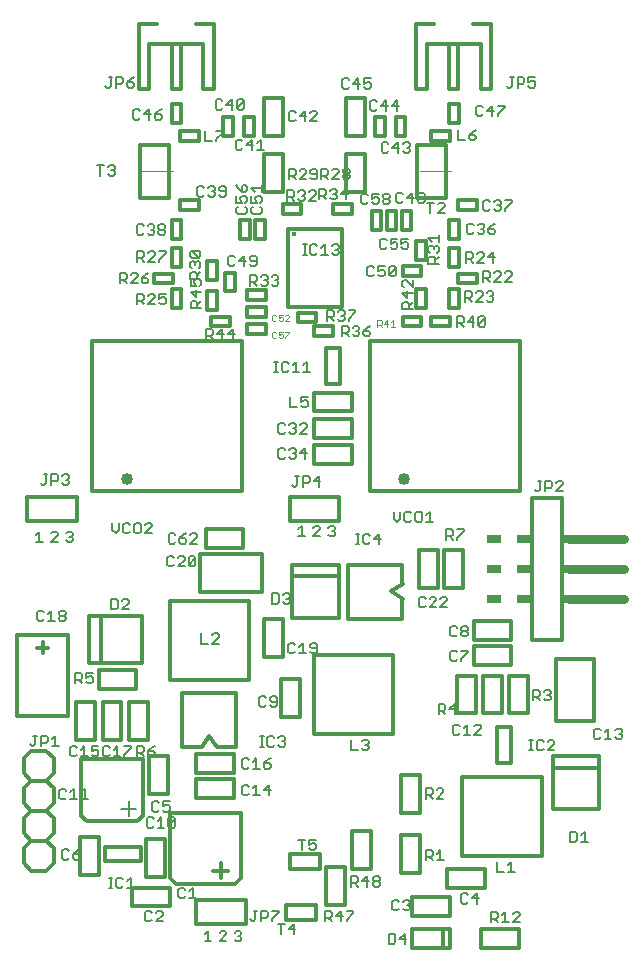
<source format=gto>
G75*
G70*
%OFA0B0*%
%FSLAX24Y24*%
%IPPOS*%
%LPD*%
%AMOC8*
5,1,8,0,0,1.08239X$1,22.5*
%
%ADD10C,0.0118*%
%ADD11C,0.0050*%
%ADD12C,0.0079*%
%ADD13R,0.0500X0.0300*%
%ADD14C,0.0300*%
%ADD15R,0.0200X0.0300*%
%ADD16C,0.0400*%
%ADD17C,0.0000*%
%ADD18C,0.0030*%
%ADD19C,0.0157*%
D10*
X001691Y003879D02*
X001441Y004129D01*
X001441Y004629D01*
X001691Y004879D01*
X001441Y005129D01*
X001441Y005629D01*
X001691Y005879D01*
X002191Y005879D01*
X002441Y005629D01*
X002441Y005129D01*
X002191Y004879D01*
X002441Y004629D01*
X002441Y004129D01*
X002191Y003879D01*
X001691Y003879D01*
X001691Y004879D02*
X002191Y004879D01*
X002191Y005879D02*
X002441Y006129D01*
X002441Y006629D01*
X002191Y006879D01*
X002441Y007129D01*
X002441Y007629D01*
X002191Y007879D01*
X001691Y007879D01*
X001441Y007629D01*
X001441Y007129D01*
X001691Y006879D01*
X002191Y006879D01*
X001691Y006879D02*
X001441Y006629D01*
X001441Y006129D01*
X001691Y005879D01*
X003335Y005720D02*
X003532Y005523D01*
X005225Y005523D01*
X005422Y005720D01*
X005422Y007610D01*
X003335Y007610D01*
X003335Y005720D01*
X003314Y005009D02*
X003944Y005009D01*
X003944Y003749D01*
X003314Y003749D01*
X003314Y005009D01*
X004154Y004681D02*
X004154Y004201D01*
X005354Y004201D01*
X005354Y004681D01*
X004154Y004681D01*
X005061Y003319D02*
X005061Y002689D01*
X006321Y002689D01*
X006321Y003319D01*
X005061Y003319D01*
X005502Y003687D02*
X005502Y004946D01*
X006131Y004946D01*
X006131Y003687D01*
X005502Y003687D01*
X006323Y003645D02*
X006520Y003448D01*
X008488Y003448D01*
X008685Y003645D01*
X008685Y005810D01*
X006323Y005810D01*
X006323Y003645D01*
X007177Y002917D02*
X008831Y002917D01*
X008831Y002091D01*
X007177Y002091D01*
X007177Y002917D01*
X007754Y003879D02*
X008254Y003879D01*
X008004Y004129D02*
X008004Y003629D01*
X008446Y006314D02*
X007187Y006314D01*
X007187Y006944D01*
X008446Y006944D01*
X008446Y006314D01*
X008446Y007126D02*
X008446Y007756D01*
X007187Y007756D01*
X007187Y007126D01*
X008446Y007126D01*
X008514Y008009D02*
X007914Y008009D01*
X007879Y008004D02*
X007629Y008379D01*
X007379Y008004D01*
X007314Y008009D02*
X006714Y008009D01*
X006714Y009809D01*
X008514Y009809D01*
X008514Y008009D01*
X010002Y008999D02*
X010002Y010259D01*
X010631Y010259D01*
X010631Y008999D01*
X010002Y008999D01*
X011122Y008435D02*
X013760Y008435D01*
X013760Y011073D01*
X011122Y011073D01*
X011122Y008435D01*
X010069Y010999D02*
X009439Y010999D01*
X009439Y012259D01*
X010069Y012259D01*
X010069Y010999D01*
X008948Y010248D02*
X008948Y012885D01*
X006310Y012885D01*
X006310Y010248D01*
X008948Y010248D01*
X010379Y012317D02*
X010379Y014067D01*
X011941Y014067D01*
X011941Y012317D01*
X010379Y012317D01*
X010379Y013691D02*
X011879Y013691D01*
X012261Y014076D02*
X012261Y012276D01*
X014061Y012276D01*
X014061Y012876D01*
X014067Y012942D02*
X013691Y013191D01*
X014067Y013442D01*
X014061Y013476D02*
X014061Y014076D01*
X012261Y014076D01*
X011956Y015528D02*
X011956Y016355D01*
X010302Y016355D01*
X010302Y015528D01*
X011956Y015528D01*
X012979Y016529D02*
X017979Y016529D01*
X017979Y021529D01*
X012979Y021529D01*
X012979Y016529D01*
X012384Y017439D02*
X012384Y018069D01*
X011124Y018069D01*
X011124Y017439D01*
X012384Y017439D01*
X012384Y018314D02*
X012384Y018944D01*
X011124Y018944D01*
X011124Y018314D01*
X012384Y018314D01*
X012384Y019189D02*
X012384Y019819D01*
X011124Y019819D01*
X011124Y019189D01*
X012384Y019189D01*
X011994Y020091D02*
X011514Y020091D01*
X011514Y021291D01*
X011994Y021291D01*
X011994Y020091D01*
X011756Y021721D02*
X011126Y021721D01*
X011126Y022036D01*
X011756Y022036D01*
X011756Y021721D01*
X011194Y022159D02*
X011194Y022474D01*
X010564Y022474D01*
X010564Y022159D01*
X011194Y022159D01*
X012031Y022679D02*
X010260Y022679D01*
X010260Y025278D01*
X012031Y025278D01*
X012031Y022679D01*
X013034Y025252D02*
X013349Y025252D01*
X013349Y025881D01*
X013034Y025881D01*
X013034Y025252D01*
X012381Y025784D02*
X012381Y026099D01*
X011752Y026099D01*
X011752Y025784D01*
X012381Y025784D01*
X012189Y026499D02*
X012189Y027759D01*
X012819Y027759D01*
X012819Y026499D01*
X012189Y026499D01*
X013534Y025881D02*
X013534Y025252D01*
X013849Y025252D01*
X013849Y025881D01*
X013534Y025881D01*
X014034Y025881D02*
X014034Y025252D01*
X014349Y025252D01*
X014349Y025881D01*
X014034Y025881D01*
X014563Y026306D02*
X015522Y026306D01*
X015522Y028077D01*
X014563Y028077D01*
X014563Y026306D01*
X015621Y025569D02*
X015621Y024939D01*
X015936Y024939D01*
X015936Y025569D01*
X015621Y025569D01*
X015902Y025909D02*
X015902Y026224D01*
X016531Y026224D01*
X016531Y025909D01*
X015902Y025909D01*
X015936Y024631D02*
X015621Y024631D01*
X015621Y024002D01*
X015936Y024002D01*
X015936Y024631D01*
X015902Y023786D02*
X015902Y023471D01*
X016531Y023471D01*
X016531Y023786D01*
X015902Y023786D01*
X015936Y023256D02*
X015621Y023256D01*
X015621Y022626D01*
X015936Y022626D01*
X015936Y023256D01*
X015654Y022349D02*
X015654Y022034D01*
X015024Y022034D01*
X015024Y022349D01*
X015654Y022349D01*
X014831Y022626D02*
X014516Y022626D01*
X014516Y023256D01*
X014831Y023256D01*
X014831Y022626D01*
X014694Y022349D02*
X014694Y022034D01*
X014064Y022034D01*
X014064Y022349D01*
X014694Y022349D01*
X014694Y023721D02*
X014064Y023721D01*
X014064Y024036D01*
X014694Y024036D01*
X014694Y023721D01*
X014831Y024252D02*
X014516Y024252D01*
X014516Y024881D01*
X014831Y024881D01*
X014831Y024252D01*
X015024Y028221D02*
X015024Y028536D01*
X015654Y028536D01*
X015654Y028221D01*
X015024Y028221D01*
X015621Y028814D02*
X015621Y029444D01*
X015936Y029444D01*
X015936Y028814D01*
X015621Y028814D01*
X015629Y029941D02*
X015929Y029941D01*
X015929Y031441D01*
X016679Y031441D01*
X016679Y029941D01*
X017029Y029941D01*
X017029Y032091D01*
X016429Y032091D01*
X015929Y031441D02*
X015629Y031441D01*
X015629Y029941D01*
X014879Y029941D02*
X014879Y031441D01*
X015629Y031441D01*
X015129Y032091D02*
X014529Y032091D01*
X014529Y029941D01*
X014879Y029941D01*
X014161Y029006D02*
X013846Y029006D01*
X013846Y028376D01*
X014161Y028376D01*
X014161Y029006D01*
X013474Y029006D02*
X013474Y028376D01*
X013159Y028376D01*
X013159Y029006D01*
X013474Y029006D01*
X012819Y029634D02*
X012819Y028374D01*
X012189Y028374D01*
X012189Y029634D01*
X012819Y029634D01*
X010694Y026099D02*
X010694Y025784D01*
X010064Y025784D01*
X010064Y026099D01*
X010694Y026099D01*
X010069Y026499D02*
X009439Y026499D01*
X009439Y027759D01*
X010069Y027759D01*
X010069Y026499D01*
X009474Y025569D02*
X009159Y025569D01*
X009159Y024939D01*
X009474Y024939D01*
X009474Y025569D01*
X008974Y025569D02*
X008974Y024939D01*
X008659Y024939D01*
X008659Y025569D01*
X008974Y025569D01*
X007866Y024194D02*
X007551Y024194D01*
X007551Y023564D01*
X007866Y023564D01*
X007866Y024194D01*
X008159Y023819D02*
X008474Y023819D01*
X008474Y023189D01*
X008159Y023189D01*
X008159Y023819D01*
X007866Y023194D02*
X007551Y023194D01*
X007551Y022564D01*
X007866Y022564D01*
X007866Y023194D01*
X007689Y022349D02*
X007689Y022034D01*
X008319Y022034D01*
X008319Y022349D01*
X007689Y022349D01*
X008729Y021529D02*
X008729Y016529D01*
X003729Y016529D01*
X003729Y021529D01*
X008729Y021529D01*
X008876Y021784D02*
X008876Y022099D01*
X009506Y022099D01*
X009506Y021784D01*
X008876Y021784D01*
X008876Y022346D02*
X008876Y022661D01*
X009506Y022661D01*
X009506Y022346D01*
X008876Y022346D01*
X008876Y022909D02*
X008876Y023224D01*
X009506Y023224D01*
X009506Y022909D01*
X008876Y022909D01*
X006686Y022626D02*
X006371Y022626D01*
X006371Y023256D01*
X006686Y023256D01*
X006686Y022626D01*
X006406Y023471D02*
X006406Y023786D01*
X005776Y023786D01*
X005776Y023471D01*
X006406Y023471D01*
X006371Y024002D02*
X006686Y024002D01*
X006686Y024631D01*
X006371Y024631D01*
X006371Y024002D01*
X006371Y024939D02*
X006686Y024939D01*
X006686Y025569D01*
X006371Y025569D01*
X006371Y024939D01*
X006650Y025909D02*
X006650Y026224D01*
X007280Y026224D01*
X007280Y025909D01*
X006650Y025909D01*
X006272Y026306D02*
X005313Y026306D01*
X005313Y028077D01*
X006272Y028077D01*
X006272Y026306D01*
X006648Y028221D02*
X006648Y028536D01*
X007278Y028536D01*
X007278Y028221D01*
X006648Y028221D01*
X006686Y028814D02*
X006371Y028814D01*
X006371Y029444D01*
X006686Y029444D01*
X006686Y028814D01*
X006679Y029941D02*
X006379Y029941D01*
X006379Y031441D01*
X006679Y031441D01*
X006679Y029941D01*
X007429Y029941D02*
X007429Y031441D01*
X006679Y031441D01*
X006379Y031441D02*
X005629Y031441D01*
X005629Y029941D01*
X005279Y029941D01*
X005279Y032091D01*
X005879Y032091D01*
X007179Y032091D02*
X007779Y032091D01*
X007779Y029941D01*
X007429Y029941D01*
X008096Y029006D02*
X008411Y029006D01*
X008411Y028376D01*
X008096Y028376D01*
X008096Y029006D01*
X008784Y029006D02*
X008784Y028376D01*
X009099Y028376D01*
X009099Y029006D01*
X008784Y029006D01*
X009439Y029634D02*
X009439Y028374D01*
X010069Y028374D01*
X010069Y029634D01*
X009439Y029634D01*
X003206Y016355D02*
X001552Y016355D01*
X001552Y015528D01*
X003206Y015528D01*
X003206Y016355D01*
X003629Y012379D02*
X003629Y010817D01*
X005378Y010817D01*
X005378Y012379D01*
X003629Y012379D01*
X004004Y012317D02*
X004004Y010817D01*
X003937Y010569D02*
X003937Y009939D01*
X005196Y009939D01*
X005196Y010569D01*
X003937Y010569D01*
X003819Y009509D02*
X003189Y009509D01*
X003189Y008249D01*
X003819Y008249D01*
X003819Y009509D01*
X004064Y009509D02*
X004694Y009509D01*
X004694Y008249D01*
X004064Y008249D01*
X004064Y009509D01*
X004939Y009509D02*
X005569Y009509D01*
X005569Y008249D01*
X004939Y008249D01*
X004939Y009509D01*
X005626Y007696D02*
X006256Y007696D01*
X006256Y006437D01*
X005626Y006437D01*
X005626Y007696D01*
X002917Y009029D02*
X002917Y009669D01*
X002917Y010869D01*
X002917Y011729D01*
X001217Y011729D01*
X001217Y009029D01*
X002917Y009029D01*
X002067Y011129D02*
X002067Y011504D01*
X002254Y011317D02*
X001879Y011317D01*
X007329Y013187D02*
X009389Y013187D01*
X009389Y014446D01*
X008799Y014446D01*
X007949Y014446D01*
X007329Y014446D01*
X007329Y013187D01*
X007499Y014626D02*
X007499Y015256D01*
X008759Y015256D01*
X008759Y014626D01*
X007499Y014626D01*
X014002Y007071D02*
X014002Y005811D01*
X014631Y005811D01*
X014631Y007071D01*
X014002Y007071D01*
X013006Y005196D02*
X013006Y003937D01*
X012376Y003937D01*
X012376Y005196D01*
X013006Y005196D01*
X012131Y004009D02*
X011502Y004009D01*
X011502Y002749D01*
X012131Y002749D01*
X012131Y004009D01*
X011317Y003941D02*
X010317Y003941D01*
X010317Y004441D01*
X011317Y004441D01*
X011317Y003941D01*
X011191Y002754D02*
X010191Y002754D01*
X010191Y002254D01*
X011191Y002254D01*
X011191Y002754D01*
X014002Y003811D02*
X014631Y003811D01*
X014631Y005071D01*
X014002Y005071D01*
X014002Y003811D01*
X014374Y003006D02*
X014374Y002376D01*
X015634Y002376D01*
X015634Y003006D01*
X014374Y003006D01*
X014364Y001954D02*
X014364Y001304D01*
X015644Y001304D01*
X015644Y001954D01*
X014364Y001954D01*
X015423Y001954D02*
X015423Y001304D01*
X016687Y001314D02*
X016687Y001944D01*
X017946Y001944D01*
X017946Y001314D01*
X016687Y001314D01*
X016821Y003314D02*
X015561Y003314D01*
X015561Y003944D01*
X016821Y003944D01*
X016821Y003314D01*
X016060Y004372D02*
X018698Y004372D01*
X018698Y007010D01*
X016060Y007010D01*
X016060Y004372D01*
X017201Y007467D02*
X017681Y007467D01*
X017681Y008667D01*
X017201Y008667D01*
X017201Y007467D01*
X017381Y009124D02*
X016752Y009124D01*
X016752Y010384D01*
X017381Y010384D01*
X017381Y009124D01*
X017626Y009124D02*
X017626Y010384D01*
X018256Y010384D01*
X018256Y009124D01*
X017626Y009124D01*
X016506Y009124D02*
X015876Y009124D01*
X015876Y010384D01*
X016506Y010384D01*
X016506Y009124D01*
X016437Y010752D02*
X016437Y011381D01*
X017696Y011381D01*
X017696Y010752D01*
X016437Y010752D01*
X016437Y011564D02*
X016437Y012194D01*
X017696Y012194D01*
X017696Y011564D01*
X016437Y011564D01*
X016069Y013311D02*
X015439Y013311D01*
X015439Y014571D01*
X016069Y014571D01*
X016069Y013311D01*
X015256Y013311D02*
X014626Y013311D01*
X014626Y014571D01*
X015256Y014571D01*
X015256Y013311D01*
X018379Y011567D02*
X019379Y011567D01*
X019379Y016316D01*
X018379Y016316D01*
X018379Y011567D01*
X019187Y010929D02*
X019187Y008869D01*
X020446Y008869D01*
X020446Y009459D01*
X020446Y010309D01*
X020446Y010929D01*
X019187Y010929D01*
X019067Y007692D02*
X019067Y005942D01*
X020629Y005942D01*
X020629Y007692D01*
X019067Y007692D01*
X019067Y007317D02*
X020567Y007317D01*
D11*
X020607Y008275D02*
X020664Y008333D01*
X020607Y008275D02*
X020492Y008275D01*
X020435Y008333D01*
X020435Y008562D01*
X020492Y008619D01*
X020607Y008619D01*
X020664Y008562D01*
X020797Y008505D02*
X020912Y008619D01*
X020912Y008275D01*
X020797Y008275D02*
X021027Y008275D01*
X021160Y008333D02*
X021217Y008275D01*
X021332Y008275D01*
X021389Y008333D01*
X021389Y008390D01*
X021332Y008447D01*
X021274Y008447D01*
X021332Y008447D02*
X021389Y008505D01*
X021389Y008562D01*
X021332Y008619D01*
X021217Y008619D01*
X021160Y008562D01*
X019127Y008177D02*
X019069Y008234D01*
X018955Y008234D01*
X018897Y008177D01*
X018764Y008177D02*
X018707Y008234D01*
X018592Y008234D01*
X018535Y008177D01*
X018535Y007947D01*
X018592Y007890D01*
X018707Y007890D01*
X018764Y007947D01*
X018897Y007890D02*
X019127Y008119D01*
X019127Y008177D01*
X019127Y007890D02*
X018897Y007890D01*
X018408Y007890D02*
X018293Y007890D01*
X018350Y007890D02*
X018350Y008234D01*
X018293Y008234D02*
X018408Y008234D01*
X018410Y009564D02*
X018410Y009908D01*
X018582Y009908D01*
X018639Y009851D01*
X018639Y009736D01*
X018582Y009679D01*
X018410Y009679D01*
X018524Y009679D02*
X018639Y009564D01*
X018772Y009621D02*
X018829Y009564D01*
X018944Y009564D01*
X019001Y009621D01*
X019001Y009679D01*
X018944Y009736D01*
X018887Y009736D01*
X018944Y009736D02*
X019001Y009793D01*
X019001Y009851D01*
X018944Y009908D01*
X018829Y009908D01*
X018772Y009851D01*
X016690Y008698D02*
X016633Y008755D01*
X016518Y008755D01*
X016461Y008698D01*
X016690Y008698D02*
X016690Y008641D01*
X016461Y008411D01*
X016690Y008411D01*
X016328Y008411D02*
X016099Y008411D01*
X016213Y008411D02*
X016213Y008755D01*
X016099Y008641D01*
X015965Y008698D02*
X015908Y008755D01*
X015793Y008755D01*
X015736Y008698D01*
X015736Y008469D01*
X015793Y008411D01*
X015908Y008411D01*
X015965Y008469D01*
X015802Y009100D02*
X015802Y009444D01*
X015630Y009272D01*
X015859Y009272D01*
X015496Y009272D02*
X015439Y009215D01*
X015267Y009215D01*
X015382Y009215D02*
X015496Y009100D01*
X015496Y009272D02*
X015496Y009387D01*
X015439Y009444D01*
X015267Y009444D01*
X015267Y009100D01*
X015717Y010877D02*
X015832Y010877D01*
X015889Y010934D01*
X016022Y010934D02*
X016022Y010877D01*
X016022Y010934D02*
X016251Y011163D01*
X016251Y011221D01*
X016022Y011221D01*
X015889Y011163D02*
X015832Y011221D01*
X015717Y011221D01*
X015660Y011163D01*
X015660Y010934D01*
X015717Y010877D01*
X015717Y011689D02*
X015832Y011689D01*
X015889Y011746D01*
X016022Y011746D02*
X016022Y011803D01*
X016079Y011861D01*
X016194Y011861D01*
X016251Y011803D01*
X016251Y011746D01*
X016194Y011689D01*
X016079Y011689D01*
X016022Y011746D01*
X016079Y011861D02*
X016022Y011918D01*
X016022Y011975D01*
X016079Y012033D01*
X016194Y012033D01*
X016251Y011975D01*
X016251Y011918D01*
X016194Y011861D01*
X015889Y011975D02*
X015832Y012033D01*
X015717Y012033D01*
X015660Y011975D01*
X015660Y011746D01*
X015717Y011689D01*
X015558Y012663D02*
X015328Y012663D01*
X015558Y012892D01*
X015558Y012949D01*
X015500Y013007D01*
X015386Y013007D01*
X015328Y012949D01*
X015195Y012949D02*
X015138Y013007D01*
X015023Y013007D01*
X014966Y012949D01*
X014833Y012949D02*
X014775Y013007D01*
X014661Y013007D01*
X014603Y012949D01*
X014603Y012720D01*
X014661Y012663D01*
X014775Y012663D01*
X014833Y012720D01*
X014966Y012663D02*
X015195Y012892D01*
X015195Y012949D01*
X015195Y012663D02*
X014966Y012663D01*
X015523Y014913D02*
X015523Y015257D01*
X015695Y015257D01*
X015752Y015199D01*
X015752Y015085D01*
X015695Y015027D01*
X015523Y015027D01*
X015638Y015027D02*
X015752Y014913D01*
X015886Y014913D02*
X015886Y014970D01*
X016115Y015199D01*
X016115Y015257D01*
X015886Y015257D01*
X015083Y015504D02*
X014854Y015504D01*
X014969Y015504D02*
X014969Y015848D01*
X014854Y015733D01*
X014721Y015791D02*
X014664Y015848D01*
X014549Y015848D01*
X014492Y015791D01*
X014492Y015561D01*
X014549Y015504D01*
X014664Y015504D01*
X014721Y015561D01*
X014721Y015791D01*
X014359Y015791D02*
X014301Y015848D01*
X014187Y015848D01*
X014129Y015791D01*
X014129Y015561D01*
X014187Y015504D01*
X014301Y015504D01*
X014359Y015561D01*
X013996Y015619D02*
X013996Y015848D01*
X013996Y015619D02*
X013881Y015504D01*
X013767Y015619D01*
X013767Y015848D01*
X013284Y015112D02*
X013112Y014940D01*
X013341Y014940D01*
X013284Y014768D02*
X013284Y015112D01*
X012979Y015055D02*
X012922Y015112D01*
X012807Y015112D01*
X012750Y015055D01*
X012750Y014825D01*
X012807Y014768D01*
X012922Y014768D01*
X012979Y014825D01*
X012623Y014768D02*
X012508Y014768D01*
X012565Y014768D02*
X012565Y015112D01*
X012508Y015112D02*
X012623Y015112D01*
X011821Y015086D02*
X011764Y015029D01*
X011649Y015029D01*
X011592Y015086D01*
X011706Y015201D02*
X011764Y015201D01*
X011821Y015144D01*
X011821Y015086D01*
X011764Y015201D02*
X011821Y015258D01*
X011821Y015316D01*
X011764Y015373D01*
X011649Y015373D01*
X011592Y015316D01*
X011321Y015316D02*
X011264Y015373D01*
X011149Y015373D01*
X011092Y015316D01*
X011321Y015316D02*
X011321Y015258D01*
X011092Y015029D01*
X011321Y015029D01*
X010821Y015029D02*
X010592Y015029D01*
X010706Y015029D02*
X010706Y015373D01*
X010592Y015258D01*
X010488Y016686D02*
X010546Y016744D01*
X010546Y017030D01*
X010603Y017030D02*
X010488Y017030D01*
X010736Y017030D02*
X010736Y016686D01*
X010736Y016801D02*
X010908Y016801D01*
X010966Y016858D01*
X010966Y016973D01*
X010908Y017030D01*
X010736Y017030D01*
X010488Y016686D02*
X010431Y016686D01*
X010374Y016744D01*
X011099Y016858D02*
X011328Y016858D01*
X011271Y016686D02*
X011271Y017030D01*
X011099Y016858D01*
X010824Y017617D02*
X010824Y017961D01*
X010652Y017789D01*
X010882Y017789D01*
X010519Y017846D02*
X010462Y017789D01*
X010519Y017731D01*
X010519Y017674D01*
X010462Y017617D01*
X010347Y017617D01*
X010290Y017674D01*
X010157Y017674D02*
X010099Y017617D01*
X009985Y017617D01*
X009927Y017674D01*
X009927Y017903D01*
X009985Y017961D01*
X010099Y017961D01*
X010157Y017903D01*
X010290Y017903D02*
X010347Y017961D01*
X010462Y017961D01*
X010519Y017903D01*
X010519Y017846D01*
X010462Y017789D02*
X010404Y017789D01*
X010347Y018452D02*
X010290Y018509D01*
X010347Y018452D02*
X010462Y018452D01*
X010519Y018509D01*
X010519Y018567D01*
X010462Y018624D01*
X010404Y018624D01*
X010462Y018624D02*
X010519Y018681D01*
X010519Y018739D01*
X010462Y018796D01*
X010347Y018796D01*
X010290Y018739D01*
X010157Y018739D02*
X010099Y018796D01*
X009985Y018796D01*
X009927Y018739D01*
X009927Y018509D01*
X009985Y018452D01*
X010099Y018452D01*
X010157Y018509D01*
X010652Y018452D02*
X010882Y018681D01*
X010882Y018739D01*
X010824Y018796D01*
X010710Y018796D01*
X010652Y018739D01*
X010652Y018452D02*
X010882Y018452D01*
X010859Y019327D02*
X010744Y019327D01*
X010687Y019385D01*
X010687Y019499D02*
X010801Y019557D01*
X010859Y019557D01*
X010916Y019499D01*
X010916Y019385D01*
X010859Y019327D01*
X010687Y019499D02*
X010687Y019671D01*
X010916Y019671D01*
X010554Y019327D02*
X010324Y019327D01*
X010324Y019671D01*
X010400Y020499D02*
X010629Y020499D01*
X010514Y020499D02*
X010514Y020843D01*
X010400Y020728D01*
X010266Y020786D02*
X010209Y020843D01*
X010094Y020843D01*
X010037Y020786D01*
X010037Y020556D01*
X010094Y020499D01*
X010209Y020499D01*
X010266Y020556D01*
X009910Y020499D02*
X009795Y020499D01*
X009853Y020499D02*
X009853Y020843D01*
X009910Y020843D02*
X009795Y020843D01*
X010762Y020728D02*
X010877Y020843D01*
X010877Y020499D01*
X010991Y020499D02*
X010762Y020499D01*
X011541Y022213D02*
X011541Y022557D01*
X011713Y022557D01*
X011770Y022500D01*
X011770Y022385D01*
X011713Y022328D01*
X011541Y022328D01*
X011655Y022328D02*
X011770Y022213D01*
X011903Y022271D02*
X011961Y022213D01*
X012075Y022213D01*
X012133Y022271D01*
X012133Y022328D01*
X012075Y022385D01*
X012018Y022385D01*
X012075Y022385D02*
X012133Y022442D01*
X012133Y022500D01*
X012075Y022557D01*
X011961Y022557D01*
X011903Y022500D01*
X012034Y022045D02*
X012206Y022045D01*
X012264Y021987D01*
X012264Y021873D01*
X012206Y021815D01*
X012034Y021815D01*
X012034Y021701D02*
X012034Y022045D01*
X012149Y021815D02*
X012264Y021701D01*
X012397Y021758D02*
X012454Y021701D01*
X012569Y021701D01*
X012626Y021758D01*
X012626Y021815D01*
X012569Y021873D01*
X012512Y021873D01*
X012569Y021873D02*
X012626Y021930D01*
X012626Y021987D01*
X012569Y022045D01*
X012454Y022045D01*
X012397Y021987D01*
X012266Y022213D02*
X012266Y022271D01*
X012495Y022500D01*
X012495Y022557D01*
X012266Y022557D01*
X012874Y021987D02*
X012759Y021873D01*
X012931Y021873D01*
X012989Y021815D01*
X012989Y021758D01*
X012931Y021701D01*
X012817Y021701D01*
X012759Y021758D01*
X012759Y021873D01*
X012874Y021987D02*
X012989Y022045D01*
X014057Y022603D02*
X014057Y022775D01*
X014115Y022833D01*
X014229Y022833D01*
X014287Y022775D01*
X014287Y022603D01*
X014401Y022603D02*
X014057Y022603D01*
X014287Y022718D02*
X014401Y022833D01*
X014229Y022966D02*
X014229Y023195D01*
X014115Y023328D02*
X014057Y023386D01*
X014057Y023500D01*
X014115Y023558D01*
X014172Y023558D01*
X014401Y023328D01*
X014401Y023558D01*
X014401Y023138D02*
X014057Y023138D01*
X014229Y022966D01*
X013787Y023690D02*
X013673Y023690D01*
X013615Y023747D01*
X013845Y023977D01*
X013845Y023747D01*
X013787Y023690D01*
X013615Y023747D02*
X013615Y023977D01*
X013673Y024034D01*
X013787Y024034D01*
X013845Y023977D01*
X013839Y024605D02*
X013724Y024605D01*
X013667Y024662D01*
X013667Y024776D02*
X013782Y024834D01*
X013839Y024834D01*
X013896Y024776D01*
X013896Y024662D01*
X013839Y024605D01*
X014029Y024662D02*
X014087Y024605D01*
X014201Y024605D01*
X014259Y024662D01*
X014259Y024776D01*
X014201Y024834D01*
X014144Y024834D01*
X014029Y024776D01*
X014029Y024949D01*
X014259Y024949D01*
X013896Y024949D02*
X013667Y024949D01*
X013667Y024776D01*
X013534Y024662D02*
X013476Y024605D01*
X013362Y024605D01*
X013305Y024662D01*
X013305Y024891D01*
X013362Y024949D01*
X013476Y024949D01*
X013534Y024891D01*
X013482Y024034D02*
X013253Y024034D01*
X013253Y023862D01*
X013367Y023919D01*
X013425Y023919D01*
X013482Y023862D01*
X013482Y023747D01*
X013425Y023690D01*
X013310Y023690D01*
X013253Y023747D01*
X013120Y023747D02*
X013062Y023690D01*
X012948Y023690D01*
X012890Y023747D01*
X012890Y023977D01*
X012948Y024034D01*
X013062Y024034D01*
X013120Y023977D01*
X011945Y024470D02*
X011888Y024413D01*
X011773Y024413D01*
X011716Y024470D01*
X011582Y024413D02*
X011353Y024413D01*
X011468Y024413D02*
X011468Y024757D01*
X011353Y024642D01*
X011220Y024699D02*
X011163Y024757D01*
X011048Y024757D01*
X010991Y024699D01*
X010991Y024470D01*
X011048Y024413D01*
X011163Y024413D01*
X011220Y024470D01*
X010864Y024413D02*
X010749Y024413D01*
X010806Y024413D02*
X010806Y024757D01*
X010749Y024757D02*
X010864Y024757D01*
X011716Y024699D02*
X011773Y024757D01*
X011888Y024757D01*
X011945Y024699D01*
X011945Y024642D01*
X011888Y024585D01*
X011945Y024527D01*
X011945Y024470D01*
X011888Y024585D02*
X011830Y024585D01*
X011182Y026213D02*
X010953Y026213D01*
X011182Y026442D01*
X011182Y026500D01*
X011125Y026557D01*
X011010Y026557D01*
X010953Y026500D01*
X010820Y026500D02*
X010820Y026442D01*
X010763Y026385D01*
X010820Y026328D01*
X010820Y026271D01*
X010763Y026213D01*
X010648Y026213D01*
X010591Y026271D01*
X010457Y026213D02*
X010343Y026328D01*
X010400Y026328D02*
X010228Y026328D01*
X010228Y026213D02*
X010228Y026557D01*
X010400Y026557D01*
X010457Y026500D01*
X010457Y026385D01*
X010400Y026328D01*
X010591Y026500D02*
X010648Y026557D01*
X010763Y026557D01*
X010820Y026500D01*
X010763Y026385D02*
X010705Y026385D01*
X010633Y026923D02*
X010862Y027152D01*
X010862Y027209D01*
X010805Y027267D01*
X010690Y027267D01*
X010633Y027209D01*
X010500Y027209D02*
X010500Y027095D01*
X010443Y027037D01*
X010271Y027037D01*
X010385Y027037D02*
X010500Y026923D01*
X010633Y026923D02*
X010862Y026923D01*
X010996Y026980D02*
X011053Y026923D01*
X011168Y026923D01*
X011225Y026980D01*
X011225Y027209D01*
X011168Y027267D01*
X011053Y027267D01*
X010996Y027209D01*
X010996Y027152D01*
X011053Y027095D01*
X011225Y027095D01*
X011347Y027054D02*
X011519Y027054D01*
X011576Y027111D01*
X011576Y027226D01*
X011519Y027283D01*
X011347Y027283D01*
X011347Y026939D01*
X011462Y027054D02*
X011576Y026939D01*
X011710Y026939D02*
X011939Y027168D01*
X011939Y027226D01*
X011881Y027283D01*
X011767Y027283D01*
X011710Y027226D01*
X011710Y026939D02*
X011939Y026939D01*
X012072Y026996D02*
X012072Y027054D01*
X012129Y027111D01*
X012244Y027111D01*
X012301Y027054D01*
X012301Y026996D01*
X012244Y026939D01*
X012129Y026939D01*
X012072Y026996D01*
X012129Y027111D02*
X012072Y027168D01*
X012072Y027226D01*
X012129Y027283D01*
X012244Y027283D01*
X012301Y027226D01*
X012301Y027168D01*
X012244Y027111D01*
X012182Y026607D02*
X012010Y026435D01*
X012239Y026435D01*
X012182Y026263D02*
X012182Y026607D01*
X011877Y026550D02*
X011877Y026492D01*
X011819Y026435D01*
X011877Y026378D01*
X011877Y026321D01*
X011819Y026263D01*
X011705Y026263D01*
X011647Y026321D01*
X011514Y026263D02*
X011399Y026378D01*
X011457Y026378D02*
X011285Y026378D01*
X011285Y026263D02*
X011285Y026607D01*
X011457Y026607D01*
X011514Y026550D01*
X011514Y026435D01*
X011457Y026378D01*
X011647Y026550D02*
X011705Y026607D01*
X011819Y026607D01*
X011877Y026550D01*
X011819Y026435D02*
X011762Y026435D01*
X012680Y026391D02*
X012680Y026162D01*
X012737Y026105D01*
X012852Y026105D01*
X012909Y026162D01*
X013042Y026162D02*
X013100Y026105D01*
X013214Y026105D01*
X013271Y026162D01*
X013271Y026276D01*
X013214Y026334D01*
X013157Y026334D01*
X013042Y026276D01*
X013042Y026449D01*
X013271Y026449D01*
X013405Y026391D02*
X013405Y026334D01*
X013462Y026276D01*
X013577Y026276D01*
X013634Y026219D01*
X013634Y026162D01*
X013577Y026105D01*
X013462Y026105D01*
X013405Y026162D01*
X013405Y026219D01*
X013462Y026276D01*
X013577Y026276D02*
X013634Y026334D01*
X013634Y026391D01*
X013577Y026449D01*
X013462Y026449D01*
X013405Y026391D01*
X013847Y026425D02*
X013847Y026196D01*
X013904Y026138D01*
X014019Y026138D01*
X014076Y026196D01*
X014210Y026310D02*
X014439Y026310D01*
X014572Y026253D02*
X014629Y026310D01*
X014744Y026310D01*
X014801Y026253D01*
X014801Y026196D01*
X014744Y026138D01*
X014629Y026138D01*
X014572Y026196D01*
X014572Y026253D01*
X014629Y026310D02*
X014572Y026368D01*
X014572Y026425D01*
X014629Y026482D01*
X014744Y026482D01*
X014801Y026425D01*
X014801Y026368D01*
X014744Y026310D01*
X014878Y026147D02*
X015107Y026147D01*
X014992Y026147D02*
X014992Y025803D01*
X015240Y025803D02*
X015470Y026032D01*
X015470Y026089D01*
X015412Y026147D01*
X015298Y026147D01*
X015240Y026089D01*
X015240Y025803D02*
X015470Y025803D01*
X015273Y025076D02*
X015273Y024847D01*
X015273Y024961D02*
X014929Y024961D01*
X015044Y024847D01*
X015044Y024714D02*
X015101Y024656D01*
X015158Y024714D01*
X015216Y024714D01*
X015273Y024656D01*
X015273Y024542D01*
X015216Y024484D01*
X015273Y024351D02*
X015158Y024236D01*
X015158Y024294D02*
X015158Y024122D01*
X015273Y024122D02*
X014929Y024122D01*
X014929Y024294D01*
X014986Y024351D01*
X015101Y024351D01*
X015158Y024294D01*
X014986Y024484D02*
X014929Y024542D01*
X014929Y024656D01*
X014986Y024714D01*
X015044Y024714D01*
X015101Y024656D02*
X015101Y024599D01*
X016191Y024495D02*
X016191Y024151D01*
X016191Y024266D02*
X016363Y024266D01*
X016420Y024323D01*
X016420Y024438D01*
X016363Y024495D01*
X016191Y024495D01*
X016305Y024266D02*
X016420Y024151D01*
X016553Y024151D02*
X016783Y024380D01*
X016783Y024438D01*
X016725Y024495D01*
X016611Y024495D01*
X016553Y024438D01*
X016553Y024151D02*
X016783Y024151D01*
X016916Y024323D02*
X017145Y024323D01*
X017088Y024151D02*
X017088Y024495D01*
X016916Y024323D01*
X016919Y023857D02*
X016747Y023857D01*
X016747Y023513D01*
X016747Y023628D02*
X016919Y023628D01*
X016976Y023685D01*
X016976Y023800D01*
X016919Y023857D01*
X017110Y023800D02*
X017167Y023857D01*
X017281Y023857D01*
X017339Y023800D01*
X017339Y023742D01*
X017110Y023513D01*
X017339Y023513D01*
X017472Y023513D02*
X017701Y023742D01*
X017701Y023800D01*
X017644Y023857D01*
X017529Y023857D01*
X017472Y023800D01*
X017472Y023513D02*
X017701Y023513D01*
X017096Y023141D02*
X017096Y023084D01*
X017039Y023026D01*
X017096Y022969D01*
X017096Y022912D01*
X017039Y022855D01*
X016924Y022855D01*
X016867Y022912D01*
X016734Y022855D02*
X016504Y022855D01*
X016734Y023084D01*
X016734Y023141D01*
X016676Y023199D01*
X016562Y023199D01*
X016504Y023141D01*
X016371Y023141D02*
X016371Y023026D01*
X016314Y022969D01*
X016142Y022969D01*
X016142Y022855D02*
X016142Y023199D01*
X016314Y023199D01*
X016371Y023141D01*
X016257Y022969D02*
X016371Y022855D01*
X016404Y022357D02*
X016232Y022185D01*
X016462Y022185D01*
X016595Y022071D02*
X016824Y022300D01*
X016824Y022071D01*
X016767Y022013D01*
X016652Y022013D01*
X016595Y022071D01*
X016595Y022300D01*
X016652Y022357D01*
X016767Y022357D01*
X016824Y022300D01*
X016404Y022357D02*
X016404Y022013D01*
X016099Y022013D02*
X015985Y022128D01*
X016042Y022128D02*
X015870Y022128D01*
X015870Y022013D02*
X015870Y022357D01*
X016042Y022357D01*
X016099Y022300D01*
X016099Y022185D01*
X016042Y022128D01*
X016867Y023141D02*
X016924Y023199D01*
X017039Y023199D01*
X017096Y023141D01*
X017039Y023026D02*
X016982Y023026D01*
X016976Y023513D02*
X016862Y023628D01*
X016739Y025105D02*
X016624Y025105D01*
X016567Y025162D01*
X016434Y025162D02*
X016376Y025105D01*
X016262Y025105D01*
X016205Y025162D01*
X016205Y025391D01*
X016262Y025449D01*
X016376Y025449D01*
X016434Y025391D01*
X016567Y025391D02*
X016624Y025449D01*
X016739Y025449D01*
X016796Y025391D01*
X016796Y025334D01*
X016739Y025276D01*
X016796Y025219D01*
X016796Y025162D01*
X016739Y025105D01*
X016739Y025276D02*
X016682Y025276D01*
X016929Y025276D02*
X016929Y025162D01*
X016987Y025105D01*
X017101Y025105D01*
X017159Y025162D01*
X017159Y025219D01*
X017101Y025276D01*
X016929Y025276D01*
X017044Y025391D01*
X017159Y025449D01*
X017167Y025888D02*
X017110Y025946D01*
X017167Y025888D02*
X017281Y025888D01*
X017339Y025946D01*
X017339Y026003D01*
X017281Y026060D01*
X017224Y026060D01*
X017281Y026060D02*
X017339Y026118D01*
X017339Y026175D01*
X017281Y026232D01*
X017167Y026232D01*
X017110Y026175D01*
X016976Y026175D02*
X016919Y026232D01*
X016804Y026232D01*
X016747Y026175D01*
X016747Y025946D01*
X016804Y025888D01*
X016919Y025888D01*
X016976Y025946D01*
X017472Y025946D02*
X017472Y025888D01*
X017472Y025946D02*
X017701Y026175D01*
X017701Y026232D01*
X017472Y026232D01*
X016463Y028234D02*
X016349Y028234D01*
X016291Y028291D01*
X016291Y028406D01*
X016463Y028406D01*
X016521Y028348D01*
X016521Y028291D01*
X016463Y028234D01*
X016291Y028406D02*
X016406Y028520D01*
X016521Y028578D01*
X016574Y029042D02*
X016689Y029042D01*
X016746Y029100D01*
X016880Y029214D02*
X017109Y029214D01*
X017242Y029100D02*
X017242Y029042D01*
X017242Y029100D02*
X017471Y029329D01*
X017471Y029386D01*
X017242Y029386D01*
X017052Y029386D02*
X017052Y029042D01*
X016880Y029214D02*
X017052Y029386D01*
X016746Y029329D02*
X016689Y029386D01*
X016574Y029386D01*
X016517Y029329D01*
X016517Y029100D01*
X016574Y029042D01*
X016158Y028234D02*
X015929Y028234D01*
X015929Y028578D01*
X014319Y028101D02*
X014319Y028044D01*
X014262Y027987D01*
X014319Y027929D01*
X014319Y027872D01*
X014262Y027815D01*
X014147Y027815D01*
X014090Y027872D01*
X014204Y027987D02*
X014262Y027987D01*
X014319Y028101D02*
X014262Y028159D01*
X014147Y028159D01*
X014090Y028101D01*
X013957Y027987D02*
X013727Y027987D01*
X013899Y028159D01*
X013899Y027815D01*
X013594Y027872D02*
X013537Y027815D01*
X013422Y027815D01*
X013365Y027872D01*
X013365Y028101D01*
X013422Y028159D01*
X013537Y028159D01*
X013594Y028101D01*
X013513Y029213D02*
X013513Y029557D01*
X013341Y029385D01*
X013570Y029385D01*
X013704Y029385D02*
X013933Y029385D01*
X013875Y029213D02*
X013875Y029557D01*
X013704Y029385D01*
X013208Y029271D02*
X013151Y029213D01*
X013036Y029213D01*
X012979Y029271D01*
X012979Y029500D01*
X013036Y029557D01*
X013151Y029557D01*
X013208Y029500D01*
X012959Y029948D02*
X012844Y029948D01*
X012787Y030006D01*
X012787Y030120D02*
X012902Y030178D01*
X012959Y030178D01*
X013016Y030120D01*
X013016Y030006D01*
X012959Y029948D01*
X012787Y030120D02*
X012787Y030292D01*
X013016Y030292D01*
X012654Y030120D02*
X012424Y030120D01*
X012596Y030292D01*
X012596Y029948D01*
X012291Y030006D02*
X012234Y029948D01*
X012119Y029948D01*
X012062Y030006D01*
X012062Y030235D01*
X012119Y030292D01*
X012234Y030292D01*
X012291Y030235D01*
X011225Y029147D02*
X011225Y029089D01*
X010996Y028860D01*
X011225Y028860D01*
X011225Y029147D02*
X011168Y029204D01*
X011053Y029204D01*
X010996Y029147D01*
X010862Y029032D02*
X010633Y029032D01*
X010805Y029204D01*
X010805Y028860D01*
X010500Y028917D02*
X010443Y028860D01*
X010328Y028860D01*
X010271Y028917D01*
X010271Y029147D01*
X010328Y029204D01*
X010443Y029204D01*
X010500Y029147D01*
X009336Y028252D02*
X009336Y027908D01*
X009222Y027908D02*
X009451Y027908D01*
X009222Y028138D02*
X009336Y028252D01*
X009088Y028080D02*
X008859Y028080D01*
X009031Y028252D01*
X009031Y027908D01*
X008726Y027966D02*
X008669Y027908D01*
X008554Y027908D01*
X008497Y027966D01*
X008497Y028195D01*
X008554Y028252D01*
X008669Y028252D01*
X008726Y028195D01*
X008085Y028487D02*
X007856Y028258D01*
X007856Y028201D01*
X007722Y028201D02*
X007493Y028201D01*
X007493Y028545D01*
X007856Y028545D02*
X008085Y028545D01*
X008085Y028487D01*
X008005Y029247D02*
X008063Y029304D01*
X008005Y029247D02*
X007891Y029247D01*
X007833Y029304D01*
X007833Y029534D01*
X007891Y029591D01*
X008005Y029591D01*
X008063Y029534D01*
X008196Y029419D02*
X008425Y029419D01*
X008558Y029304D02*
X008558Y029534D01*
X008616Y029591D01*
X008730Y029591D01*
X008788Y029534D01*
X008558Y029304D01*
X008616Y029247D01*
X008730Y029247D01*
X008788Y029304D01*
X008788Y029534D01*
X008368Y029591D02*
X008368Y029247D01*
X008196Y029419D02*
X008368Y029591D01*
X010271Y027267D02*
X010271Y026923D01*
X010271Y027267D02*
X010443Y027267D01*
X010500Y027209D01*
X009369Y026739D02*
X009369Y026509D01*
X009369Y026624D02*
X009026Y026624D01*
X009140Y026509D01*
X009198Y026376D02*
X009312Y026376D01*
X009369Y026319D01*
X009369Y026204D01*
X009312Y026147D01*
X009198Y026147D02*
X009140Y026262D01*
X009140Y026319D01*
X009198Y026376D01*
X009026Y026376D02*
X009026Y026147D01*
X009198Y026147D01*
X009312Y026014D02*
X009369Y025956D01*
X009369Y025842D01*
X009312Y025784D01*
X009083Y025784D01*
X009026Y025842D01*
X009026Y025956D01*
X009083Y026014D01*
X008869Y025956D02*
X008869Y025842D01*
X008812Y025784D01*
X008583Y025784D01*
X008526Y025842D01*
X008526Y025956D01*
X008583Y026014D01*
X008526Y026147D02*
X008698Y026147D01*
X008640Y026262D01*
X008640Y026319D01*
X008698Y026376D01*
X008812Y026376D01*
X008869Y026319D01*
X008869Y026204D01*
X008812Y026147D01*
X008812Y026014D02*
X008869Y025956D01*
X008812Y026509D02*
X008698Y026509D01*
X008698Y026681D01*
X008755Y026739D01*
X008812Y026739D01*
X008869Y026681D01*
X008869Y026567D01*
X008812Y026509D01*
X008698Y026509D02*
X008583Y026624D01*
X008526Y026739D01*
X008526Y026376D02*
X008526Y026147D01*
X008174Y026409D02*
X008174Y026638D01*
X008116Y026696D01*
X008002Y026696D01*
X007944Y026638D01*
X007944Y026581D01*
X008002Y026524D01*
X008174Y026524D01*
X008174Y026409D02*
X008116Y026352D01*
X008002Y026352D01*
X007944Y026409D01*
X007811Y026409D02*
X007754Y026352D01*
X007639Y026352D01*
X007582Y026409D01*
X007449Y026409D02*
X007391Y026352D01*
X007277Y026352D01*
X007219Y026409D01*
X007219Y026638D01*
X007277Y026696D01*
X007391Y026696D01*
X007449Y026638D01*
X007582Y026638D02*
X007639Y026696D01*
X007754Y026696D01*
X007811Y026638D01*
X007811Y026581D01*
X007754Y026524D01*
X007811Y026466D01*
X007811Y026409D01*
X007754Y026524D02*
X007697Y026524D01*
X007267Y024551D02*
X007038Y024551D01*
X007267Y024322D01*
X007324Y024379D01*
X007324Y024494D01*
X007267Y024551D01*
X007267Y024322D02*
X007038Y024322D01*
X006980Y024379D01*
X006980Y024494D01*
X007038Y024551D01*
X007038Y024189D02*
X007095Y024189D01*
X007152Y024131D01*
X007210Y024189D01*
X007267Y024189D01*
X007324Y024131D01*
X007324Y024017D01*
X007267Y023960D01*
X007324Y023826D02*
X007210Y023712D01*
X007210Y023769D02*
X007210Y023597D01*
X007169Y023589D02*
X007284Y023589D01*
X007341Y023531D01*
X007341Y023417D01*
X007284Y023359D01*
X007169Y023359D02*
X007112Y023474D01*
X007112Y023531D01*
X007169Y023589D01*
X007324Y023597D02*
X006980Y023597D01*
X006980Y023769D01*
X007038Y023826D01*
X007152Y023826D01*
X007210Y023769D01*
X007038Y023960D02*
X006980Y024017D01*
X006980Y024131D01*
X007038Y024189D01*
X007152Y024131D02*
X007152Y024074D01*
X006997Y023589D02*
X006997Y023359D01*
X007169Y023359D01*
X007169Y023226D02*
X007169Y022997D01*
X006997Y023169D01*
X007341Y023169D01*
X007341Y022864D02*
X007226Y022749D01*
X007226Y022806D02*
X007226Y022634D01*
X007341Y022634D02*
X006997Y022634D01*
X006997Y022806D01*
X007054Y022864D01*
X007169Y022864D01*
X007226Y022806D01*
X007523Y021952D02*
X007695Y021952D01*
X007752Y021894D01*
X007752Y021780D01*
X007695Y021722D01*
X007523Y021722D01*
X007637Y021722D02*
X007752Y021608D01*
X007885Y021780D02*
X008114Y021780D01*
X008248Y021780D02*
X008477Y021780D01*
X008420Y021952D02*
X008248Y021780D01*
X008420Y021608D02*
X008420Y021952D01*
X008057Y021952D02*
X008057Y021608D01*
X007885Y021780D02*
X008057Y021952D01*
X007523Y021952D02*
X007523Y021608D01*
X006176Y022821D02*
X006118Y022763D01*
X006004Y022763D01*
X005946Y022821D01*
X005946Y022935D02*
X006061Y022992D01*
X006118Y022992D01*
X006176Y022935D01*
X006176Y022821D01*
X005946Y022935D02*
X005946Y023107D01*
X006176Y023107D01*
X005813Y023050D02*
X005756Y023107D01*
X005641Y023107D01*
X005584Y023050D01*
X005451Y023050D02*
X005451Y022935D01*
X005393Y022878D01*
X005221Y022878D01*
X005221Y022763D02*
X005221Y023107D01*
X005393Y023107D01*
X005451Y023050D01*
X005336Y022878D02*
X005451Y022763D01*
X005584Y022763D02*
X005813Y022992D01*
X005813Y023050D01*
X005813Y022763D02*
X005584Y022763D01*
X005538Y023463D02*
X005596Y023521D01*
X005596Y023578D01*
X005538Y023635D01*
X005366Y023635D01*
X005366Y023521D01*
X005424Y023463D01*
X005538Y023463D01*
X005366Y023635D02*
X005481Y023750D01*
X005596Y023807D01*
X005233Y023750D02*
X005176Y023807D01*
X005061Y023807D01*
X005004Y023750D01*
X004871Y023750D02*
X004871Y023635D01*
X004814Y023578D01*
X004642Y023578D01*
X004756Y023578D02*
X004871Y023463D01*
X005004Y023463D02*
X005233Y023692D01*
X005233Y023750D01*
X005233Y023463D02*
X005004Y023463D01*
X004871Y023750D02*
X004814Y023807D01*
X004642Y023807D01*
X004642Y023463D01*
X005221Y024185D02*
X005221Y024529D01*
X005393Y024529D01*
X005451Y024471D01*
X005451Y024357D01*
X005393Y024299D01*
X005221Y024299D01*
X005336Y024299D02*
X005451Y024185D01*
X005584Y024185D02*
X005813Y024414D01*
X005813Y024471D01*
X005756Y024529D01*
X005641Y024529D01*
X005584Y024471D01*
X005584Y024185D02*
X005813Y024185D01*
X005946Y024185D02*
X005946Y024242D01*
X006176Y024471D01*
X006176Y024529D01*
X005946Y024529D01*
X005984Y025081D02*
X005927Y025139D01*
X005927Y025196D01*
X005984Y025253D01*
X006099Y025253D01*
X006156Y025196D01*
X006156Y025139D01*
X006099Y025081D01*
X005984Y025081D01*
X005984Y025253D02*
X005927Y025311D01*
X005927Y025368D01*
X005984Y025425D01*
X006099Y025425D01*
X006156Y025368D01*
X006156Y025311D01*
X006099Y025253D01*
X005794Y025196D02*
X005794Y025139D01*
X005737Y025081D01*
X005622Y025081D01*
X005565Y025139D01*
X005431Y025139D02*
X005374Y025081D01*
X005259Y025081D01*
X005202Y025139D01*
X005202Y025368D01*
X005259Y025425D01*
X005374Y025425D01*
X005431Y025368D01*
X005565Y025368D02*
X005622Y025425D01*
X005737Y025425D01*
X005794Y025368D01*
X005794Y025311D01*
X005737Y025253D01*
X005794Y025196D01*
X005737Y025253D02*
X005679Y025253D01*
X004412Y027053D02*
X004298Y027053D01*
X004240Y027110D01*
X004355Y027225D02*
X004412Y027225D01*
X004470Y027167D01*
X004470Y027110D01*
X004412Y027053D01*
X004412Y027225D02*
X004470Y027282D01*
X004470Y027339D01*
X004412Y027397D01*
X004298Y027397D01*
X004240Y027339D01*
X004107Y027397D02*
X003878Y027397D01*
X003992Y027397D02*
X003992Y027053D01*
X005137Y028917D02*
X005252Y028917D01*
X005309Y028974D01*
X005442Y029089D02*
X005614Y029261D01*
X005614Y028917D01*
X005671Y029089D02*
X005442Y029089D01*
X005309Y029204D02*
X005252Y029261D01*
X005137Y029261D01*
X005080Y029204D01*
X005080Y028974D01*
X005137Y028917D01*
X005805Y028974D02*
X005862Y028917D01*
X005977Y028917D01*
X006034Y028974D01*
X006034Y029032D01*
X005977Y029089D01*
X005805Y029089D01*
X005805Y028974D01*
X005805Y029089D02*
X005919Y029204D01*
X006034Y029261D01*
X005115Y030043D02*
X005115Y030100D01*
X005058Y030157D01*
X004886Y030157D01*
X004886Y030043D01*
X004944Y029985D01*
X005058Y029985D01*
X005115Y030043D01*
X005001Y030272D02*
X004886Y030157D01*
X004753Y030157D02*
X004696Y030100D01*
X004524Y030100D01*
X004524Y029985D02*
X004524Y030329D01*
X004696Y030329D01*
X004753Y030272D01*
X004753Y030157D01*
X005001Y030272D02*
X005115Y030329D01*
X004391Y030329D02*
X004276Y030329D01*
X004333Y030329D02*
X004333Y030043D01*
X004276Y029985D01*
X004219Y029985D01*
X004161Y030043D01*
X008300Y024386D02*
X008242Y024329D01*
X008242Y024099D01*
X008300Y024042D01*
X008414Y024042D01*
X008472Y024099D01*
X008605Y024214D02*
X008834Y024214D01*
X008967Y024271D02*
X009025Y024214D01*
X009197Y024214D01*
X009197Y024099D02*
X009197Y024329D01*
X009139Y024386D01*
X009025Y024386D01*
X008967Y024329D01*
X008967Y024271D01*
X008967Y024099D02*
X009025Y024042D01*
X009139Y024042D01*
X009197Y024099D01*
X009144Y023732D02*
X008972Y023732D01*
X008972Y023388D01*
X008972Y023503D02*
X009144Y023503D01*
X009202Y023560D01*
X009202Y023675D01*
X009144Y023732D01*
X009335Y023675D02*
X009392Y023732D01*
X009507Y023732D01*
X009564Y023675D01*
X009564Y023618D01*
X009507Y023560D01*
X009564Y023503D01*
X009564Y023446D01*
X009507Y023388D01*
X009392Y023388D01*
X009335Y023446D01*
X009202Y023388D02*
X009087Y023503D01*
X009449Y023560D02*
X009507Y023560D01*
X009697Y023446D02*
X009755Y023388D01*
X009869Y023388D01*
X009926Y023446D01*
X009926Y023503D01*
X009869Y023560D01*
X009812Y023560D01*
X009869Y023560D02*
X009926Y023618D01*
X009926Y023675D01*
X009869Y023732D01*
X009755Y023732D01*
X009697Y023675D01*
X008777Y024042D02*
X008777Y024386D01*
X008605Y024214D01*
X008472Y024329D02*
X008414Y024386D01*
X008300Y024386D01*
X012680Y026391D02*
X012737Y026449D01*
X012852Y026449D01*
X012909Y026391D01*
X013847Y026425D02*
X013904Y026482D01*
X014019Y026482D01*
X014076Y026425D01*
X014210Y026310D02*
X014381Y026482D01*
X014381Y026138D01*
X017593Y029985D02*
X017536Y030043D01*
X017593Y029985D02*
X017651Y029985D01*
X017708Y030043D01*
X017708Y030329D01*
X017651Y030329D02*
X017765Y030329D01*
X017899Y030329D02*
X017899Y029985D01*
X017899Y030100D02*
X018070Y030100D01*
X018128Y030157D01*
X018128Y030272D01*
X018070Y030329D01*
X017899Y030329D01*
X018261Y030329D02*
X018261Y030157D01*
X018376Y030215D01*
X018433Y030215D01*
X018490Y030157D01*
X018490Y030043D01*
X018433Y029985D01*
X018318Y029985D01*
X018261Y030043D01*
X018261Y030329D02*
X018490Y030329D01*
X018581Y016873D02*
X018696Y016873D01*
X018639Y016873D02*
X018639Y016586D01*
X018581Y016529D01*
X018524Y016529D01*
X018467Y016586D01*
X018829Y016529D02*
X018829Y016873D01*
X019001Y016873D01*
X019059Y016816D01*
X019059Y016701D01*
X019001Y016644D01*
X018829Y016644D01*
X019192Y016529D02*
X019421Y016758D01*
X019421Y016816D01*
X019364Y016873D01*
X019249Y016873D01*
X019192Y016816D01*
X019192Y016529D02*
X019421Y016529D01*
X012876Y008248D02*
X012933Y008191D01*
X012933Y008133D01*
X012876Y008076D01*
X012933Y008019D01*
X012933Y007961D01*
X012876Y007904D01*
X012761Y007904D01*
X012704Y007961D01*
X012570Y007904D02*
X012341Y007904D01*
X012341Y008248D01*
X012704Y008191D02*
X012761Y008248D01*
X012876Y008248D01*
X012876Y008076D02*
X012818Y008076D01*
X014836Y006632D02*
X014836Y006288D01*
X014836Y006402D02*
X015008Y006402D01*
X015065Y006460D01*
X015065Y006574D01*
X015008Y006632D01*
X014836Y006632D01*
X014951Y006402D02*
X015065Y006288D01*
X015199Y006288D02*
X015428Y006517D01*
X015428Y006574D01*
X015370Y006632D01*
X015256Y006632D01*
X015199Y006574D01*
X015199Y006288D02*
X015428Y006288D01*
X015321Y004569D02*
X015321Y004225D01*
X015207Y004225D02*
X015436Y004225D01*
X015207Y004455D02*
X015321Y004569D01*
X015074Y004512D02*
X015074Y004397D01*
X015016Y004340D01*
X014844Y004340D01*
X014844Y004225D02*
X014844Y004569D01*
X015016Y004569D01*
X015074Y004512D01*
X014959Y004340D02*
X015074Y004225D01*
X016074Y003132D02*
X016017Y003074D01*
X016017Y002845D01*
X016074Y002788D01*
X016189Y002788D01*
X016246Y002845D01*
X016380Y002960D02*
X016609Y002960D01*
X016552Y003132D02*
X016380Y002960D01*
X016246Y003074D02*
X016189Y003132D01*
X016074Y003132D01*
X016552Y003132D02*
X016552Y002788D01*
X017014Y002506D02*
X017014Y002162D01*
X017014Y002277D02*
X017186Y002277D01*
X017244Y002334D01*
X017244Y002449D01*
X017186Y002506D01*
X017014Y002506D01*
X017129Y002277D02*
X017244Y002162D01*
X017377Y002162D02*
X017606Y002162D01*
X017491Y002162D02*
X017491Y002506D01*
X017377Y002392D01*
X017739Y002449D02*
X017797Y002506D01*
X017911Y002506D01*
X017969Y002449D01*
X017969Y002392D01*
X017739Y002162D01*
X017969Y002162D01*
X017808Y003842D02*
X017579Y003842D01*
X017693Y003842D02*
X017693Y004186D01*
X017579Y004071D01*
X017446Y003842D02*
X017216Y003842D01*
X017216Y004186D01*
X019654Y004841D02*
X019826Y004841D01*
X019883Y004898D01*
X019883Y005128D01*
X019826Y005185D01*
X019654Y005185D01*
X019654Y004841D01*
X020016Y004841D02*
X020246Y004841D01*
X020131Y004841D02*
X020131Y005185D01*
X020016Y005070D01*
X014314Y002851D02*
X014314Y002793D01*
X014257Y002736D01*
X014314Y002679D01*
X014314Y002621D01*
X014257Y002564D01*
X014142Y002564D01*
X014085Y002621D01*
X013952Y002621D02*
X013894Y002564D01*
X013780Y002564D01*
X013722Y002621D01*
X013722Y002851D01*
X013780Y002908D01*
X013894Y002908D01*
X013952Y002851D01*
X014085Y002851D02*
X014142Y002908D01*
X014257Y002908D01*
X014314Y002851D01*
X014257Y002736D02*
X014199Y002736D01*
X014131Y001783D02*
X013960Y001611D01*
X014189Y001611D01*
X014131Y001439D02*
X014131Y001783D01*
X013826Y001725D02*
X013826Y001496D01*
X013769Y001439D01*
X013597Y001439D01*
X013597Y001783D01*
X013769Y001783D01*
X013826Y001725D01*
X013250Y003351D02*
X013136Y003351D01*
X013078Y003408D01*
X013078Y003465D01*
X013136Y003523D01*
X013250Y003523D01*
X013308Y003465D01*
X013308Y003408D01*
X013250Y003351D01*
X013250Y003523D02*
X013308Y003580D01*
X013308Y003637D01*
X013250Y003695D01*
X013136Y003695D01*
X013078Y003637D01*
X013078Y003580D01*
X013136Y003523D01*
X012945Y003523D02*
X012716Y003523D01*
X012888Y003695D01*
X012888Y003351D01*
X012583Y003351D02*
X012468Y003465D01*
X012525Y003465D02*
X012353Y003465D01*
X012353Y003351D02*
X012353Y003695D01*
X012525Y003695D01*
X012583Y003637D01*
X012583Y003523D01*
X012525Y003465D01*
X012426Y002533D02*
X012197Y002533D01*
X012007Y002533D02*
X012007Y002189D01*
X012064Y002361D02*
X011835Y002361D01*
X012007Y002533D01*
X012197Y002246D02*
X012197Y002189D01*
X012197Y002246D02*
X012426Y002475D01*
X012426Y002533D01*
X011702Y002475D02*
X011702Y002361D01*
X011644Y002303D01*
X011472Y002303D01*
X011472Y002189D02*
X011472Y002533D01*
X011644Y002533D01*
X011702Y002475D01*
X011587Y002303D02*
X011702Y002189D01*
X010496Y001932D02*
X010266Y001932D01*
X010438Y002104D01*
X010438Y001760D01*
X010133Y002104D02*
X009904Y002104D01*
X010018Y002104D02*
X010018Y001760D01*
X009714Y002203D02*
X009714Y002260D01*
X009943Y002490D01*
X009943Y002547D01*
X009714Y002547D01*
X009581Y002490D02*
X009581Y002375D01*
X009523Y002318D01*
X009351Y002318D01*
X009351Y002203D02*
X009351Y002547D01*
X009523Y002547D01*
X009581Y002490D01*
X009218Y002547D02*
X009103Y002547D01*
X009161Y002547D02*
X009161Y002260D01*
X009103Y002203D01*
X009046Y002203D01*
X008989Y002260D01*
X008638Y001873D02*
X008696Y001816D01*
X008696Y001758D01*
X008638Y001701D01*
X008696Y001644D01*
X008696Y001586D01*
X008638Y001529D01*
X008524Y001529D01*
X008466Y001586D01*
X008581Y001701D02*
X008638Y001701D01*
X008638Y001873D02*
X008524Y001873D01*
X008466Y001816D01*
X008196Y001816D02*
X008138Y001873D01*
X008024Y001873D01*
X007966Y001816D01*
X008196Y001816D02*
X008196Y001758D01*
X007966Y001529D01*
X008196Y001529D01*
X007696Y001529D02*
X007466Y001529D01*
X007581Y001529D02*
X007581Y001873D01*
X007466Y001758D01*
X007183Y002967D02*
X006954Y002967D01*
X007069Y002967D02*
X007069Y003311D01*
X006954Y003196D01*
X006821Y003253D02*
X006764Y003311D01*
X006649Y003311D01*
X006592Y003253D01*
X006592Y003024D01*
X006649Y002967D01*
X006764Y002967D01*
X006821Y003024D01*
X006064Y002475D02*
X006007Y002533D01*
X005892Y002533D01*
X005835Y002475D01*
X005702Y002475D02*
X005644Y002533D01*
X005530Y002533D01*
X005472Y002475D01*
X005472Y002246D01*
X005530Y002189D01*
X005644Y002189D01*
X005702Y002246D01*
X005835Y002189D02*
X006064Y002418D01*
X006064Y002475D01*
X006064Y002189D02*
X005835Y002189D01*
X005115Y003306D02*
X004886Y003306D01*
X005000Y003306D02*
X005000Y003650D01*
X004886Y003536D01*
X004753Y003593D02*
X004695Y003650D01*
X004581Y003650D01*
X004523Y003593D01*
X004523Y003364D01*
X004581Y003306D01*
X004695Y003306D01*
X004753Y003364D01*
X004396Y003306D02*
X004282Y003306D01*
X004339Y003306D02*
X004339Y003650D01*
X004282Y003650D02*
X004396Y003650D01*
X003314Y004309D02*
X003314Y004366D01*
X003256Y004423D01*
X003084Y004423D01*
X003084Y004309D01*
X003142Y004251D01*
X003256Y004251D01*
X003314Y004309D01*
X003199Y004538D02*
X003084Y004423D01*
X003199Y004538D02*
X003314Y004595D01*
X002951Y004538D02*
X002894Y004595D01*
X002779Y004595D01*
X002722Y004538D01*
X002722Y004309D01*
X002779Y004251D01*
X002894Y004251D01*
X002951Y004309D01*
X002988Y006260D02*
X003218Y006260D01*
X003103Y006260D02*
X003103Y006604D01*
X002988Y006490D01*
X002855Y006547D02*
X002798Y006604D01*
X002683Y006604D01*
X002626Y006547D01*
X002626Y006318D01*
X002683Y006260D01*
X002798Y006260D01*
X002855Y006318D01*
X003351Y006260D02*
X003580Y006260D01*
X003465Y006260D02*
X003465Y006604D01*
X003351Y006490D01*
X003337Y007689D02*
X003566Y007689D01*
X003452Y007689D02*
X003452Y008033D01*
X003337Y007918D01*
X003204Y007975D02*
X003147Y008033D01*
X003032Y008033D01*
X002975Y007975D01*
X002975Y007746D01*
X003032Y007689D01*
X003147Y007689D01*
X003204Y007746D01*
X003700Y007746D02*
X003757Y007689D01*
X003872Y007689D01*
X003929Y007746D01*
X003929Y007861D01*
X003872Y007918D01*
X003814Y007918D01*
X003700Y007861D01*
X003700Y008033D01*
X003929Y008033D01*
X004069Y007975D02*
X004069Y007746D01*
X004127Y007689D01*
X004241Y007689D01*
X004299Y007746D01*
X004432Y007689D02*
X004661Y007689D01*
X004547Y007689D02*
X004547Y008033D01*
X004432Y007918D01*
X004299Y007975D02*
X004241Y008033D01*
X004127Y008033D01*
X004069Y007975D01*
X004794Y008033D02*
X005024Y008033D01*
X005024Y007975D01*
X004794Y007746D01*
X004794Y007689D01*
X005214Y007689D02*
X005214Y008033D01*
X005386Y008033D01*
X005444Y007975D01*
X005444Y007861D01*
X005386Y007803D01*
X005214Y007803D01*
X005329Y007803D02*
X005444Y007689D01*
X005577Y007746D02*
X005634Y007689D01*
X005749Y007689D01*
X005806Y007746D01*
X005806Y007803D01*
X005749Y007861D01*
X005577Y007861D01*
X005577Y007746D01*
X005577Y007861D02*
X005691Y007975D01*
X005806Y008033D01*
X005768Y006195D02*
X005710Y006137D01*
X005710Y005908D01*
X005768Y005851D01*
X005882Y005851D01*
X005940Y005908D01*
X006073Y005908D02*
X006130Y005851D01*
X006245Y005851D01*
X006302Y005908D01*
X006302Y006023D01*
X006245Y006080D01*
X006188Y006080D01*
X006073Y006023D01*
X006073Y006195D01*
X006302Y006195D01*
X005940Y006137D02*
X005882Y006195D01*
X005768Y006195D01*
X005707Y005658D02*
X005592Y005658D01*
X005535Y005601D01*
X005535Y005371D01*
X005592Y005314D01*
X005707Y005314D01*
X005764Y005371D01*
X005897Y005314D02*
X006127Y005314D01*
X006012Y005314D02*
X006012Y005658D01*
X005897Y005543D01*
X005764Y005601D02*
X005707Y005658D01*
X006260Y005601D02*
X006260Y005371D01*
X006489Y005601D01*
X006489Y005371D01*
X006432Y005314D01*
X006317Y005314D01*
X006260Y005371D01*
X006260Y005601D02*
X006317Y005658D01*
X006432Y005658D01*
X006489Y005601D01*
X008712Y006454D02*
X008770Y006396D01*
X008884Y006396D01*
X008942Y006454D01*
X009075Y006396D02*
X009304Y006396D01*
X009190Y006396D02*
X009190Y006740D01*
X009075Y006626D01*
X008942Y006683D02*
X008884Y006740D01*
X008770Y006740D01*
X008712Y006683D01*
X008712Y006454D01*
X009437Y006568D02*
X009667Y006568D01*
X009609Y006396D02*
X009609Y006740D01*
X009437Y006568D01*
X009495Y007288D02*
X009437Y007345D01*
X009437Y007460D01*
X009609Y007460D01*
X009667Y007402D01*
X009667Y007345D01*
X009609Y007288D01*
X009495Y007288D01*
X009437Y007460D02*
X009552Y007574D01*
X009667Y007632D01*
X009620Y008018D02*
X009734Y008018D01*
X009792Y008075D01*
X009925Y008075D02*
X009982Y008018D01*
X010097Y008018D01*
X010154Y008075D01*
X010154Y008133D01*
X010097Y008190D01*
X010039Y008190D01*
X010097Y008190D02*
X010154Y008247D01*
X010154Y008305D01*
X010097Y008362D01*
X009982Y008362D01*
X009925Y008305D01*
X009792Y008305D02*
X009734Y008362D01*
X009620Y008362D01*
X009562Y008305D01*
X009562Y008075D01*
X009620Y008018D01*
X009435Y008018D02*
X009321Y008018D01*
X009378Y008018D02*
X009378Y008362D01*
X009321Y008362D02*
X009435Y008362D01*
X009190Y007632D02*
X009190Y007288D01*
X009304Y007288D02*
X009075Y007288D01*
X008942Y007345D02*
X008884Y007288D01*
X008770Y007288D01*
X008712Y007345D01*
X008712Y007574D01*
X008770Y007632D01*
X008884Y007632D01*
X008942Y007574D01*
X009075Y007517D02*
X009190Y007632D01*
X009335Y009350D02*
X009450Y009350D01*
X009507Y009408D01*
X009641Y009408D02*
X009698Y009350D01*
X009813Y009350D01*
X009870Y009408D01*
X009870Y009637D01*
X009813Y009694D01*
X009698Y009694D01*
X009641Y009637D01*
X009641Y009579D01*
X009698Y009522D01*
X009870Y009522D01*
X009507Y009637D02*
X009450Y009694D01*
X009335Y009694D01*
X009278Y009637D01*
X009278Y009408D01*
X009335Y009350D01*
X010314Y011126D02*
X010429Y011126D01*
X010486Y011184D01*
X010619Y011126D02*
X010849Y011126D01*
X010734Y011126D02*
X010734Y011470D01*
X010619Y011355D01*
X010486Y011413D02*
X010429Y011470D01*
X010314Y011470D01*
X010257Y011413D01*
X010257Y011184D01*
X010314Y011126D01*
X010982Y011184D02*
X011039Y011126D01*
X011154Y011126D01*
X011211Y011184D01*
X011211Y011413D01*
X011154Y011470D01*
X011039Y011470D01*
X010982Y011413D01*
X010982Y011355D01*
X011039Y011298D01*
X011211Y011298D01*
X010250Y012779D02*
X010136Y012779D01*
X010078Y012836D01*
X009945Y012836D02*
X009945Y013065D01*
X009888Y013123D01*
X009716Y013123D01*
X009716Y012779D01*
X009888Y012779D01*
X009945Y012836D01*
X010078Y013065D02*
X010136Y013123D01*
X010250Y013123D01*
X010308Y013065D01*
X010308Y013008D01*
X010250Y012951D01*
X010308Y012893D01*
X010308Y012836D01*
X010250Y012779D01*
X010250Y012951D02*
X010193Y012951D01*
X007953Y011734D02*
X007896Y011792D01*
X007781Y011792D01*
X007724Y011734D01*
X007953Y011734D02*
X007953Y011677D01*
X007724Y011448D01*
X007953Y011448D01*
X007591Y011448D02*
X007361Y011448D01*
X007361Y011792D01*
X007106Y014023D02*
X006991Y014023D01*
X006934Y014080D01*
X007163Y014309D01*
X007163Y014080D01*
X007106Y014023D01*
X006934Y014080D02*
X006934Y014309D01*
X006991Y014367D01*
X007106Y014367D01*
X007163Y014309D01*
X006801Y014309D02*
X006743Y014367D01*
X006629Y014367D01*
X006571Y014309D01*
X006438Y014309D02*
X006381Y014367D01*
X006266Y014367D01*
X006209Y014309D01*
X006209Y014080D01*
X006266Y014023D01*
X006381Y014023D01*
X006438Y014080D01*
X006571Y014023D02*
X006801Y014252D01*
X006801Y014309D01*
X006801Y014023D02*
X006571Y014023D01*
X006685Y014788D02*
X006800Y014788D01*
X006857Y014845D01*
X006857Y014902D01*
X006800Y014960D01*
X006628Y014960D01*
X006628Y014845D01*
X006685Y014788D01*
X006628Y014960D02*
X006743Y015074D01*
X006857Y015132D01*
X006991Y015074D02*
X007048Y015132D01*
X007162Y015132D01*
X007220Y015074D01*
X007220Y015017D01*
X006991Y014788D01*
X007220Y014788D01*
X006495Y014845D02*
X006438Y014788D01*
X006323Y014788D01*
X006266Y014845D01*
X006266Y015074D01*
X006323Y015132D01*
X006438Y015132D01*
X006495Y015074D01*
X005708Y015129D02*
X005479Y015129D01*
X005708Y015359D01*
X005708Y015416D01*
X005651Y015473D01*
X005536Y015473D01*
X005479Y015416D01*
X005345Y015416D02*
X005345Y015187D01*
X005288Y015129D01*
X005173Y015129D01*
X005116Y015187D01*
X005116Y015416D01*
X005173Y015473D01*
X005288Y015473D01*
X005345Y015416D01*
X004983Y015416D02*
X004926Y015473D01*
X004811Y015473D01*
X004754Y015416D01*
X004754Y015187D01*
X004811Y015129D01*
X004926Y015129D01*
X004983Y015187D01*
X004620Y015244D02*
X004506Y015129D01*
X004391Y015244D01*
X004391Y015473D01*
X004620Y015473D02*
X004620Y015244D01*
X003071Y015128D02*
X003071Y015071D01*
X003014Y015014D01*
X003071Y014956D01*
X003071Y014899D01*
X003014Y014842D01*
X002899Y014842D01*
X002842Y014899D01*
X002956Y015014D02*
X003014Y015014D01*
X003071Y015128D02*
X003014Y015186D01*
X002899Y015186D01*
X002842Y015128D01*
X002571Y015128D02*
X002514Y015186D01*
X002399Y015186D01*
X002342Y015128D01*
X002571Y015128D02*
X002571Y015071D01*
X002342Y014842D01*
X002571Y014842D01*
X002071Y014842D02*
X001842Y014842D01*
X001956Y014842D02*
X001956Y015186D01*
X001842Y015071D01*
X002056Y016749D02*
X001999Y016806D01*
X002056Y016749D02*
X002114Y016749D01*
X002171Y016806D01*
X002171Y017093D01*
X002114Y017093D02*
X002228Y017093D01*
X002361Y017093D02*
X002361Y016749D01*
X002361Y016864D02*
X002533Y016864D01*
X002591Y016921D01*
X002591Y017036D01*
X002533Y017093D01*
X002361Y017093D01*
X002724Y017036D02*
X002781Y017093D01*
X002896Y017093D01*
X002953Y017036D01*
X002953Y016978D01*
X002896Y016921D01*
X002953Y016864D01*
X002953Y016806D01*
X002896Y016749D01*
X002781Y016749D01*
X002724Y016806D01*
X002839Y016921D02*
X002896Y016921D01*
X004341Y012935D02*
X004513Y012935D01*
X004570Y012878D01*
X004570Y012648D01*
X004513Y012591D01*
X004341Y012591D01*
X004341Y012935D01*
X004704Y012878D02*
X004761Y012935D01*
X004876Y012935D01*
X004933Y012878D01*
X004933Y012820D01*
X004704Y012591D01*
X004933Y012591D01*
X003751Y010471D02*
X003522Y010471D01*
X003522Y010299D01*
X003637Y010356D01*
X003694Y010356D01*
X003751Y010299D01*
X003751Y010184D01*
X003694Y010127D01*
X003579Y010127D01*
X003522Y010184D01*
X003389Y010127D02*
X003274Y010241D01*
X003332Y010241D02*
X003160Y010241D01*
X003160Y010127D02*
X003160Y010471D01*
X003332Y010471D01*
X003389Y010413D01*
X003389Y010299D01*
X003332Y010241D01*
X002776Y012204D02*
X002661Y012204D01*
X002604Y012261D01*
X002604Y012318D01*
X002661Y012376D01*
X002776Y012376D01*
X002833Y012318D01*
X002833Y012261D01*
X002776Y012204D01*
X002776Y012376D02*
X002833Y012433D01*
X002833Y012490D01*
X002776Y012548D01*
X002661Y012548D01*
X002604Y012490D01*
X002604Y012433D01*
X002661Y012376D01*
X002471Y012204D02*
X002241Y012204D01*
X002356Y012204D02*
X002356Y012548D01*
X002241Y012433D01*
X002108Y012490D02*
X002051Y012548D01*
X001936Y012548D01*
X001879Y012490D01*
X001879Y012261D01*
X001936Y012204D01*
X002051Y012204D01*
X002108Y012261D01*
X002182Y008384D02*
X002010Y008384D01*
X002010Y008040D01*
X002010Y008155D02*
X002182Y008155D01*
X002239Y008212D01*
X002239Y008327D01*
X002182Y008384D01*
X002372Y008269D02*
X002487Y008384D01*
X002487Y008040D01*
X002372Y008040D02*
X002602Y008040D01*
X001819Y008097D02*
X001819Y008384D01*
X001762Y008384D02*
X001877Y008384D01*
X001819Y008097D02*
X001762Y008040D01*
X001705Y008040D01*
X001647Y008097D01*
X010592Y004917D02*
X010821Y004917D01*
X010706Y004917D02*
X010706Y004573D01*
X010954Y004630D02*
X011011Y004573D01*
X011126Y004573D01*
X011183Y004630D01*
X011183Y004745D01*
X011126Y004802D01*
X011069Y004802D01*
X010954Y004745D01*
X010954Y004917D01*
X011183Y004917D01*
D12*
X005191Y005942D02*
X004691Y005942D01*
X004941Y006192D02*
X004941Y005692D01*
D13*
X017129Y012941D03*
X018129Y012941D03*
X018129Y013941D03*
X018129Y014941D03*
X017129Y014941D03*
X017129Y013941D03*
D14*
X019629Y013941D02*
X021442Y013941D01*
X021442Y014941D02*
X019629Y014941D01*
X019629Y012941D02*
X021442Y012941D01*
D15*
X019479Y012941D03*
X019479Y013941D03*
X019479Y014941D03*
D16*
X014129Y016929D03*
X004879Y016929D03*
D17*
X005387Y027191D02*
X006415Y027191D01*
X014637Y027191D02*
X015665Y027191D01*
D18*
X013739Y022226D02*
X013669Y022156D01*
X013588Y022121D02*
X013448Y022121D01*
X013553Y022226D01*
X013553Y022016D01*
X013669Y022016D02*
X013809Y022016D01*
X013739Y022016D02*
X013739Y022226D01*
X013367Y022191D02*
X013367Y022121D01*
X013332Y022086D01*
X013227Y022086D01*
X013297Y022086D02*
X013367Y022016D01*
X013227Y022016D02*
X013227Y022226D01*
X013332Y022226D01*
X013367Y022191D01*
X010294Y022191D02*
X010154Y022191D01*
X010294Y022331D01*
X010294Y022366D01*
X010259Y022401D01*
X010189Y022401D01*
X010154Y022366D01*
X010073Y022401D02*
X009933Y022401D01*
X009933Y022296D01*
X010003Y022331D01*
X010038Y022331D01*
X010073Y022296D01*
X010073Y022226D01*
X010038Y022191D01*
X009968Y022191D01*
X009933Y022226D01*
X009852Y022226D02*
X009817Y022191D01*
X009747Y022191D01*
X009712Y022226D01*
X009712Y022366D01*
X009747Y022401D01*
X009817Y022401D01*
X009852Y022366D01*
X009817Y021839D02*
X009747Y021839D01*
X009712Y021804D01*
X009712Y021663D01*
X009747Y021628D01*
X009817Y021628D01*
X009852Y021663D01*
X009933Y021663D02*
X009968Y021628D01*
X010038Y021628D01*
X010073Y021663D01*
X010073Y021733D01*
X010038Y021769D01*
X010003Y021769D01*
X009933Y021733D01*
X009933Y021839D01*
X010073Y021839D01*
X010154Y021839D02*
X010294Y021839D01*
X010294Y021804D01*
X010154Y021663D01*
X010154Y021628D01*
X009852Y021804D02*
X009817Y021839D01*
D19*
X010444Y025117D03*
M02*

</source>
